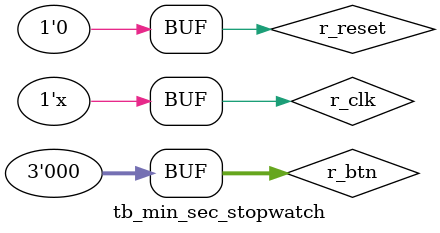
<source format=v>
`timescale 1ns / 1ps

module tb_min_sec_stopwatch();

    // 입력
    reg r_clk;
    reg r_reset;
    reg [2:0] r_btn;

    // 출력
    wire [7:0] w_seg;
    wire [3:0] w_an;

    // DUT
    min_sec_stopwatch u_min_sec_stopwatch(
        .clk(r_clk),
        .reset(r_reset),
        .btn(r_btn),
        .seg(w_seg),
        .an(w_an)
    );
    
    // T = 10ns / F = 100MHz clock gen
    always #5 r_clk = ~r_clk;

    initial begin
        // 1. initial 설정
        r_clk = 0;
        r_reset = 1;
        r_btn = 3'b000;

        // 2. reset 해제
        #100;
        r_reset = 0;
        #100;

        // 3. 기본 WATCH MODE
        #3000
        
        // 4. STOPWATCH MODE
        r_btn[0] = 1;
        #100;
        r_btn[0] = 0;
        #3000;

        // 5. RESET -> PAUSE
        r_btn[2] = 1;
        #100;
        r_btn[2] = 0;
        #3000;

        // 6. PAUSE -> STOPWATCH
        r_btn[1] = 1;
        #100;
        r_btn[1] = 0;
        #3000;

        // 7. STOPWATCH -> PAUSE
        r_btn[1] = 1;
        #100;
        r_btn[1] = 0;
        #6000;

        // 8. PAUSE -> STOPWATCH
        r_btn[1] = 1;
        #100;
        r_btn[1] = 0;
        #3000;
    end
endmodule

</source>
